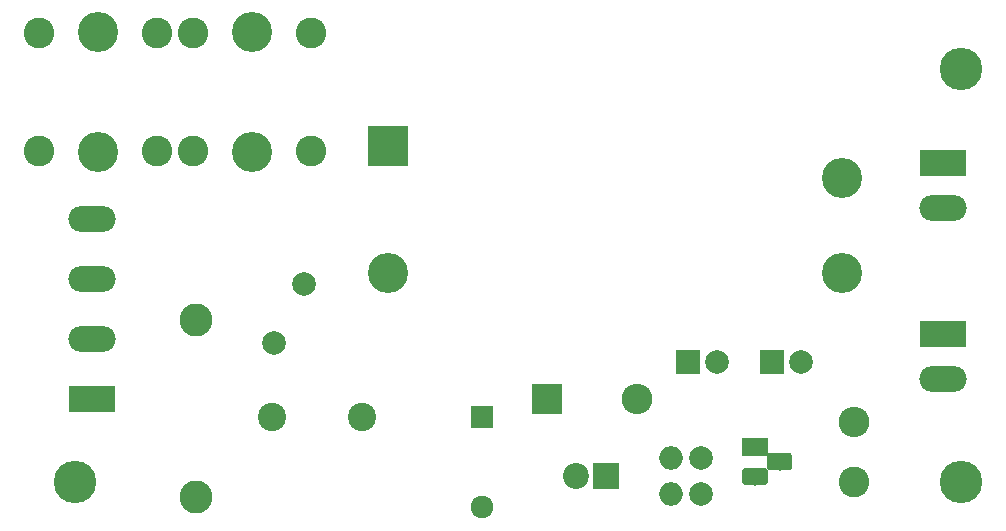
<source format=gbr>
G04 #@! TF.GenerationSoftware,KiCad,Pcbnew,(5.0.0-3-g5ebb6b6)*
G04 #@! TF.CreationDate,2018-11-29T16:19:06+00:00*
G04 #@! TF.ProjectId,PowerSupply,506F776572537570706C792E6B696361,rev?*
G04 #@! TF.SameCoordinates,Original*
G04 #@! TF.FileFunction,Soldermask,Bot*
G04 #@! TF.FilePolarity,Negative*
%FSLAX46Y46*%
G04 Gerber Fmt 4.6, Leading zero omitted, Abs format (unit mm)*
G04 Created by KiCad (PCBNEW (5.0.0-3-g5ebb6b6)) date Thursday, 29 November 2018 at 16:19:06*
%MOMM*%
%LPD*%
G01*
G04 APERTURE LIST*
%ADD10C,3.600000*%
%ADD11C,2.800000*%
%ADD12R,2.000000X2.000000*%
%ADD13C,2.000000*%
%ADD14R,2.600000X2.600000*%
%ADD15O,2.600000X2.600000*%
%ADD16R,2.200000X2.200000*%
%ADD17C,2.200000*%
%ADD18O,4.000000X2.200000*%
%ADD19R,4.000000X2.200000*%
%ADD20C,2.600000*%
%ADD21C,3.400000*%
%ADD22R,3.400000X3.400000*%
%ADD23C,0.100000*%
%ADD24C,1.500000*%
%ADD25R,2.200000X1.500000*%
%ADD26R,1.920000X1.920000*%
%ADD27C,2.400000*%
%ADD28C,1.920000*%
%ADD29O,2.000000X2.000000*%
G04 APERTURE END LIST*
D10*
G04 #@! TO.C,REF\002A\002A*
X100000000Y-126000000D03*
G04 #@! TD*
G04 #@! TO.C,REF\002A\002A*
X175000000Y-126000000D03*
G04 #@! TD*
G04 #@! TO.C,REF\002A\002A*
X175000000Y-91000000D03*
G04 #@! TD*
D11*
G04 #@! TO.C,C1*
X110236000Y-112268000D03*
X110236000Y-127268000D03*
G04 #@! TD*
D12*
G04 #@! TO.C,C2*
X159004000Y-115824000D03*
D13*
X161504000Y-115824000D03*
G04 #@! TD*
G04 #@! TO.C,C3*
X154392000Y-115824000D03*
D12*
X151892000Y-115824000D03*
G04 #@! TD*
D14*
G04 #@! TO.C,D1*
X140000000Y-119000000D03*
D15*
X147620000Y-119000000D03*
G04 #@! TD*
D16*
G04 #@! TO.C,D2*
X145000000Y-125500000D03*
D17*
X142460000Y-125500000D03*
G04 #@! TD*
D18*
G04 #@! TO.C,J2*
X173500000Y-117310000D03*
D19*
X173500000Y-113500000D03*
G04 #@! TD*
G04 #@! TO.C,J3*
X173500000Y-99000000D03*
D18*
X173500000Y-102810000D03*
G04 #@! TD*
D20*
G04 #@! TO.C,L1*
X166000000Y-126000000D03*
D15*
X166000000Y-120920000D03*
G04 #@! TD*
D21*
G04 #@! TO.C,PS1*
X164992000Y-108286000D03*
X126492000Y-108286000D03*
X164992000Y-100286000D03*
D22*
X126492000Y-97536000D03*
G04 #@! TD*
D23*
G04 #@! TO.C,Q1*
G36*
X160431756Y-123521806D02*
X160468159Y-123527206D01*
X160503857Y-123536147D01*
X160538506Y-123548545D01*
X160571774Y-123564280D01*
X160603339Y-123583199D01*
X160632897Y-123605121D01*
X160660165Y-123629835D01*
X160684879Y-123657103D01*
X160706801Y-123686661D01*
X160725720Y-123718226D01*
X160741455Y-123751494D01*
X160753853Y-123786143D01*
X160762794Y-123821841D01*
X160768194Y-123858244D01*
X160770000Y-123895000D01*
X160770000Y-124645000D01*
X160768194Y-124681756D01*
X160762794Y-124718159D01*
X160753853Y-124753857D01*
X160741455Y-124788506D01*
X160725720Y-124821774D01*
X160706801Y-124853339D01*
X160684879Y-124882897D01*
X160660165Y-124910165D01*
X160632897Y-124934879D01*
X160603339Y-124956801D01*
X160571774Y-124975720D01*
X160538506Y-124991455D01*
X160503857Y-125003853D01*
X160468159Y-125012794D01*
X160431756Y-125018194D01*
X160395000Y-125020000D01*
X158945000Y-125020000D01*
X158908244Y-125018194D01*
X158871841Y-125012794D01*
X158836143Y-125003853D01*
X158801494Y-124991455D01*
X158768226Y-124975720D01*
X158736661Y-124956801D01*
X158707103Y-124934879D01*
X158679835Y-124910165D01*
X158655121Y-124882897D01*
X158633199Y-124853339D01*
X158614280Y-124821774D01*
X158598545Y-124788506D01*
X158586147Y-124753857D01*
X158577206Y-124718159D01*
X158571806Y-124681756D01*
X158570000Y-124645000D01*
X158570000Y-123895000D01*
X158571806Y-123858244D01*
X158577206Y-123821841D01*
X158586147Y-123786143D01*
X158598545Y-123751494D01*
X158614280Y-123718226D01*
X158633199Y-123686661D01*
X158655121Y-123657103D01*
X158679835Y-123629835D01*
X158707103Y-123605121D01*
X158736661Y-123583199D01*
X158768226Y-123564280D01*
X158801494Y-123548545D01*
X158836143Y-123536147D01*
X158871841Y-123527206D01*
X158908244Y-123521806D01*
X158945000Y-123520000D01*
X160395000Y-123520000D01*
X160431756Y-123521806D01*
X160431756Y-123521806D01*
G37*
D24*
X159670000Y-124270000D03*
D23*
G36*
X158361756Y-124791806D02*
X158398159Y-124797206D01*
X158433857Y-124806147D01*
X158468506Y-124818545D01*
X158501774Y-124834280D01*
X158533339Y-124853199D01*
X158562897Y-124875121D01*
X158590165Y-124899835D01*
X158614879Y-124927103D01*
X158636801Y-124956661D01*
X158655720Y-124988226D01*
X158671455Y-125021494D01*
X158683853Y-125056143D01*
X158692794Y-125091841D01*
X158698194Y-125128244D01*
X158700000Y-125165000D01*
X158700000Y-125915000D01*
X158698194Y-125951756D01*
X158692794Y-125988159D01*
X158683853Y-126023857D01*
X158671455Y-126058506D01*
X158655720Y-126091774D01*
X158636801Y-126123339D01*
X158614879Y-126152897D01*
X158590165Y-126180165D01*
X158562897Y-126204879D01*
X158533339Y-126226801D01*
X158501774Y-126245720D01*
X158468506Y-126261455D01*
X158433857Y-126273853D01*
X158398159Y-126282794D01*
X158361756Y-126288194D01*
X158325000Y-126290000D01*
X156875000Y-126290000D01*
X156838244Y-126288194D01*
X156801841Y-126282794D01*
X156766143Y-126273853D01*
X156731494Y-126261455D01*
X156698226Y-126245720D01*
X156666661Y-126226801D01*
X156637103Y-126204879D01*
X156609835Y-126180165D01*
X156585121Y-126152897D01*
X156563199Y-126123339D01*
X156544280Y-126091774D01*
X156528545Y-126058506D01*
X156516147Y-126023857D01*
X156507206Y-125988159D01*
X156501806Y-125951756D01*
X156500000Y-125915000D01*
X156500000Y-125165000D01*
X156501806Y-125128244D01*
X156507206Y-125091841D01*
X156516147Y-125056143D01*
X156528545Y-125021494D01*
X156544280Y-124988226D01*
X156563199Y-124956661D01*
X156585121Y-124927103D01*
X156609835Y-124899835D01*
X156637103Y-124875121D01*
X156666661Y-124853199D01*
X156698226Y-124834280D01*
X156731494Y-124818545D01*
X156766143Y-124806147D01*
X156801841Y-124797206D01*
X156838244Y-124791806D01*
X156875000Y-124790000D01*
X158325000Y-124790000D01*
X158361756Y-124791806D01*
X158361756Y-124791806D01*
G37*
D24*
X157600000Y-125540000D03*
D25*
X157600000Y-123000000D03*
G04 #@! TD*
D26*
G04 #@! TO.C,RL1*
X134500000Y-120500000D03*
D27*
X124340000Y-120500000D03*
X116720000Y-120500000D03*
D28*
X134500000Y-128120000D03*
G04 #@! TD*
D13*
G04 #@! TO.C,RV1*
X119380000Y-109220000D03*
X116880000Y-114220000D03*
G04 #@! TD*
D21*
G04 #@! TO.C,F1*
X102000000Y-98080000D03*
X102000000Y-87920000D03*
D20*
X107000000Y-98000000D03*
X107000000Y-88000000D03*
X97000000Y-88000000D03*
X97000000Y-98000000D03*
G04 #@! TD*
G04 #@! TO.C,F2*
X110000000Y-98000000D03*
X110000000Y-88000000D03*
X120000000Y-88000000D03*
X120000000Y-98000000D03*
D21*
X115000000Y-87920000D03*
X115000000Y-98080000D03*
G04 #@! TD*
D29*
G04 #@! TO.C,R1*
X150460000Y-127000000D03*
D13*
X153000000Y-127000000D03*
G04 #@! TD*
G04 #@! TO.C,R2*
X153000000Y-124000000D03*
D29*
X150460000Y-124000000D03*
G04 #@! TD*
D19*
G04 #@! TO.C,J1*
X101500000Y-119000000D03*
D18*
X101500000Y-113920000D03*
X101500000Y-108840000D03*
X101500000Y-103760000D03*
G04 #@! TD*
M02*

</source>
